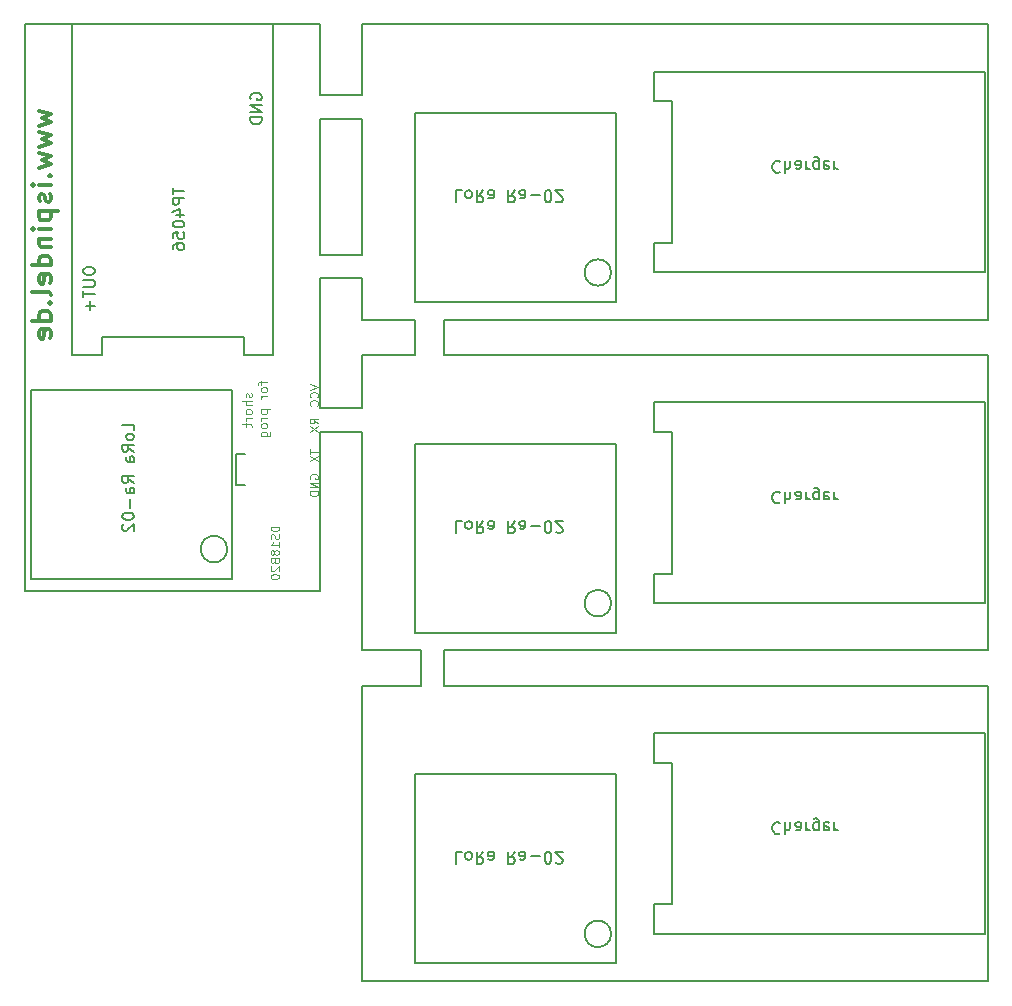
<source format=gbr>
G04 #@! TF.FileFunction,Legend,Bot*
%FSLAX46Y46*%
G04 Gerber Fmt 4.6, Leading zero omitted, Abs format (unit mm)*
G04 Created by KiCad (PCBNEW 4.0.6) date 07/26/18 14:24:44*
%MOMM*%
%LPD*%
G01*
G04 APERTURE LIST*
%ADD10C,0.100000*%
%ADD11C,0.150000*%
%ADD12C,0.300000*%
%ADD13C,0.200000*%
%ADD14C,0.110000*%
G04 APERTURE END LIST*
D10*
D11*
X113000000Y-61000000D02*
X67000000Y-61000000D01*
X67000000Y-58000000D02*
X113000000Y-58000000D01*
X60000000Y-61000000D02*
X64500000Y-61000000D01*
X60000000Y-58000000D02*
X64500000Y-58000000D01*
X60000000Y-54500000D02*
X60000000Y-58000000D01*
X60000000Y-41000000D02*
X60000000Y-52500000D01*
X60000000Y-33000000D02*
X60000000Y-39000000D01*
X56500000Y-33000000D02*
X56500000Y-39000000D01*
X56500000Y-52500000D02*
X56500000Y-41000000D01*
X56500000Y-65500000D02*
X56500000Y-54500000D01*
X56500000Y-81000000D02*
X56500000Y-67500000D01*
X60000000Y-67500000D02*
X60000000Y-86000000D01*
X60000000Y-61000000D02*
X60000000Y-65500000D01*
X113000000Y-89000000D02*
X67000000Y-89000000D01*
X67000000Y-86000000D02*
X113000000Y-86000000D01*
X60000000Y-86000000D02*
X65000000Y-86000000D01*
X60000000Y-89000000D02*
X65000000Y-89000000D01*
X67000000Y-86000000D02*
X67000000Y-89000000D01*
X65000000Y-86000000D02*
X65000000Y-89000000D01*
X56500000Y-67500000D02*
X60000000Y-67500000D01*
X56500000Y-65500000D02*
X60000000Y-65500000D01*
X67000000Y-61000000D02*
X67000000Y-58000000D01*
X64500000Y-58000000D02*
X64500000Y-61000000D01*
X56500000Y-54500000D02*
X60000000Y-54500000D01*
X56500000Y-52500000D02*
X60000000Y-52500000D01*
X56500000Y-41000000D02*
X60000000Y-41000000D01*
X56500000Y-39000000D02*
X60000000Y-39000000D01*
X95404762Y-44642857D02*
X95357143Y-44595238D01*
X95214286Y-44547619D01*
X95119048Y-44547619D01*
X94976190Y-44595238D01*
X94880952Y-44690476D01*
X94833333Y-44785714D01*
X94785714Y-44976190D01*
X94785714Y-45119048D01*
X94833333Y-45309524D01*
X94880952Y-45404762D01*
X94976190Y-45500000D01*
X95119048Y-45547619D01*
X95214286Y-45547619D01*
X95357143Y-45500000D01*
X95404762Y-45452381D01*
X95833333Y-44547619D02*
X95833333Y-45547619D01*
X96261905Y-44547619D02*
X96261905Y-45071429D01*
X96214286Y-45166667D01*
X96119048Y-45214286D01*
X95976190Y-45214286D01*
X95880952Y-45166667D01*
X95833333Y-45119048D01*
X97166667Y-44547619D02*
X97166667Y-45071429D01*
X97119048Y-45166667D01*
X97023810Y-45214286D01*
X96833333Y-45214286D01*
X96738095Y-45166667D01*
X97166667Y-44595238D02*
X97071429Y-44547619D01*
X96833333Y-44547619D01*
X96738095Y-44595238D01*
X96690476Y-44690476D01*
X96690476Y-44785714D01*
X96738095Y-44880952D01*
X96833333Y-44928571D01*
X97071429Y-44928571D01*
X97166667Y-44976190D01*
X97642857Y-44547619D02*
X97642857Y-45214286D01*
X97642857Y-45023810D02*
X97690476Y-45119048D01*
X97738095Y-45166667D01*
X97833333Y-45214286D01*
X97928572Y-45214286D01*
X98690477Y-45214286D02*
X98690477Y-44404762D01*
X98642858Y-44309524D01*
X98595239Y-44261905D01*
X98500000Y-44214286D01*
X98357143Y-44214286D01*
X98261905Y-44261905D01*
X98690477Y-44595238D02*
X98595239Y-44547619D01*
X98404762Y-44547619D01*
X98309524Y-44595238D01*
X98261905Y-44642857D01*
X98214286Y-44738095D01*
X98214286Y-45023810D01*
X98261905Y-45119048D01*
X98309524Y-45166667D01*
X98404762Y-45214286D01*
X98595239Y-45214286D01*
X98690477Y-45166667D01*
X99547620Y-44595238D02*
X99452382Y-44547619D01*
X99261905Y-44547619D01*
X99166667Y-44595238D01*
X99119048Y-44690476D01*
X99119048Y-45071429D01*
X99166667Y-45166667D01*
X99261905Y-45214286D01*
X99452382Y-45214286D01*
X99547620Y-45166667D01*
X99595239Y-45071429D01*
X99595239Y-44976190D01*
X99119048Y-44880952D01*
X100023810Y-44547619D02*
X100023810Y-45214286D01*
X100023810Y-45023810D02*
X100071429Y-45119048D01*
X100119048Y-45166667D01*
X100214286Y-45214286D01*
X100309525Y-45214286D01*
X68500000Y-47047619D02*
X68023809Y-47047619D01*
X68023809Y-48047619D01*
X68976190Y-47047619D02*
X68880952Y-47095238D01*
X68833333Y-47142857D01*
X68785714Y-47238095D01*
X68785714Y-47523810D01*
X68833333Y-47619048D01*
X68880952Y-47666667D01*
X68976190Y-47714286D01*
X69119048Y-47714286D01*
X69214286Y-47666667D01*
X69261905Y-47619048D01*
X69309524Y-47523810D01*
X69309524Y-47238095D01*
X69261905Y-47142857D01*
X69214286Y-47095238D01*
X69119048Y-47047619D01*
X68976190Y-47047619D01*
X70309524Y-47047619D02*
X69976190Y-47523810D01*
X69738095Y-47047619D02*
X69738095Y-48047619D01*
X70119048Y-48047619D01*
X70214286Y-48000000D01*
X70261905Y-47952381D01*
X70309524Y-47857143D01*
X70309524Y-47714286D01*
X70261905Y-47619048D01*
X70214286Y-47571429D01*
X70119048Y-47523810D01*
X69738095Y-47523810D01*
X71166667Y-47047619D02*
X71166667Y-47571429D01*
X71119048Y-47666667D01*
X71023810Y-47714286D01*
X70833333Y-47714286D01*
X70738095Y-47666667D01*
X71166667Y-47095238D02*
X71071429Y-47047619D01*
X70833333Y-47047619D01*
X70738095Y-47095238D01*
X70690476Y-47190476D01*
X70690476Y-47285714D01*
X70738095Y-47380952D01*
X70833333Y-47428571D01*
X71071429Y-47428571D01*
X71166667Y-47476190D01*
X72976191Y-47047619D02*
X72642857Y-47523810D01*
X72404762Y-47047619D02*
X72404762Y-48047619D01*
X72785715Y-48047619D01*
X72880953Y-48000000D01*
X72928572Y-47952381D01*
X72976191Y-47857143D01*
X72976191Y-47714286D01*
X72928572Y-47619048D01*
X72880953Y-47571429D01*
X72785715Y-47523810D01*
X72404762Y-47523810D01*
X73833334Y-47047619D02*
X73833334Y-47571429D01*
X73785715Y-47666667D01*
X73690477Y-47714286D01*
X73500000Y-47714286D01*
X73404762Y-47666667D01*
X73833334Y-47095238D02*
X73738096Y-47047619D01*
X73500000Y-47047619D01*
X73404762Y-47095238D01*
X73357143Y-47190476D01*
X73357143Y-47285714D01*
X73404762Y-47380952D01*
X73500000Y-47428571D01*
X73738096Y-47428571D01*
X73833334Y-47476190D01*
X74309524Y-47428571D02*
X75071429Y-47428571D01*
X75738095Y-48047619D02*
X75833334Y-48047619D01*
X75928572Y-48000000D01*
X75976191Y-47952381D01*
X76023810Y-47857143D01*
X76071429Y-47666667D01*
X76071429Y-47428571D01*
X76023810Y-47238095D01*
X75976191Y-47142857D01*
X75928572Y-47095238D01*
X75833334Y-47047619D01*
X75738095Y-47047619D01*
X75642857Y-47095238D01*
X75595238Y-47142857D01*
X75547619Y-47238095D01*
X75500000Y-47428571D01*
X75500000Y-47666667D01*
X75547619Y-47857143D01*
X75595238Y-47952381D01*
X75642857Y-48000000D01*
X75738095Y-48047619D01*
X76452381Y-47952381D02*
X76500000Y-48000000D01*
X76595238Y-48047619D01*
X76833334Y-48047619D01*
X76928572Y-48000000D01*
X76976191Y-47952381D01*
X77023810Y-47857143D01*
X77023810Y-47761905D01*
X76976191Y-47619048D01*
X76404762Y-47047619D01*
X77023810Y-47047619D01*
X113000000Y-33000000D02*
X60000000Y-33000000D01*
X113000000Y-33000000D02*
X113000000Y-58000000D01*
X95404762Y-72642857D02*
X95357143Y-72595238D01*
X95214286Y-72547619D01*
X95119048Y-72547619D01*
X94976190Y-72595238D01*
X94880952Y-72690476D01*
X94833333Y-72785714D01*
X94785714Y-72976190D01*
X94785714Y-73119048D01*
X94833333Y-73309524D01*
X94880952Y-73404762D01*
X94976190Y-73500000D01*
X95119048Y-73547619D01*
X95214286Y-73547619D01*
X95357143Y-73500000D01*
X95404762Y-73452381D01*
X95833333Y-72547619D02*
X95833333Y-73547619D01*
X96261905Y-72547619D02*
X96261905Y-73071429D01*
X96214286Y-73166667D01*
X96119048Y-73214286D01*
X95976190Y-73214286D01*
X95880952Y-73166667D01*
X95833333Y-73119048D01*
X97166667Y-72547619D02*
X97166667Y-73071429D01*
X97119048Y-73166667D01*
X97023810Y-73214286D01*
X96833333Y-73214286D01*
X96738095Y-73166667D01*
X97166667Y-72595238D02*
X97071429Y-72547619D01*
X96833333Y-72547619D01*
X96738095Y-72595238D01*
X96690476Y-72690476D01*
X96690476Y-72785714D01*
X96738095Y-72880952D01*
X96833333Y-72928571D01*
X97071429Y-72928571D01*
X97166667Y-72976190D01*
X97642857Y-72547619D02*
X97642857Y-73214286D01*
X97642857Y-73023810D02*
X97690476Y-73119048D01*
X97738095Y-73166667D01*
X97833333Y-73214286D01*
X97928572Y-73214286D01*
X98690477Y-73214286D02*
X98690477Y-72404762D01*
X98642858Y-72309524D01*
X98595239Y-72261905D01*
X98500000Y-72214286D01*
X98357143Y-72214286D01*
X98261905Y-72261905D01*
X98690477Y-72595238D02*
X98595239Y-72547619D01*
X98404762Y-72547619D01*
X98309524Y-72595238D01*
X98261905Y-72642857D01*
X98214286Y-72738095D01*
X98214286Y-73023810D01*
X98261905Y-73119048D01*
X98309524Y-73166667D01*
X98404762Y-73214286D01*
X98595239Y-73214286D01*
X98690477Y-73166667D01*
X99547620Y-72595238D02*
X99452382Y-72547619D01*
X99261905Y-72547619D01*
X99166667Y-72595238D01*
X99119048Y-72690476D01*
X99119048Y-73071429D01*
X99166667Y-73166667D01*
X99261905Y-73214286D01*
X99452382Y-73214286D01*
X99547620Y-73166667D01*
X99595239Y-73071429D01*
X99595239Y-72976190D01*
X99119048Y-72880952D01*
X100023810Y-72547619D02*
X100023810Y-73214286D01*
X100023810Y-73023810D02*
X100071429Y-73119048D01*
X100119048Y-73166667D01*
X100214286Y-73214286D01*
X100309525Y-73214286D01*
X68500000Y-75047619D02*
X68023809Y-75047619D01*
X68023809Y-76047619D01*
X68976190Y-75047619D02*
X68880952Y-75095238D01*
X68833333Y-75142857D01*
X68785714Y-75238095D01*
X68785714Y-75523810D01*
X68833333Y-75619048D01*
X68880952Y-75666667D01*
X68976190Y-75714286D01*
X69119048Y-75714286D01*
X69214286Y-75666667D01*
X69261905Y-75619048D01*
X69309524Y-75523810D01*
X69309524Y-75238095D01*
X69261905Y-75142857D01*
X69214286Y-75095238D01*
X69119048Y-75047619D01*
X68976190Y-75047619D01*
X70309524Y-75047619D02*
X69976190Y-75523810D01*
X69738095Y-75047619D02*
X69738095Y-76047619D01*
X70119048Y-76047619D01*
X70214286Y-76000000D01*
X70261905Y-75952381D01*
X70309524Y-75857143D01*
X70309524Y-75714286D01*
X70261905Y-75619048D01*
X70214286Y-75571429D01*
X70119048Y-75523810D01*
X69738095Y-75523810D01*
X71166667Y-75047619D02*
X71166667Y-75571429D01*
X71119048Y-75666667D01*
X71023810Y-75714286D01*
X70833333Y-75714286D01*
X70738095Y-75666667D01*
X71166667Y-75095238D02*
X71071429Y-75047619D01*
X70833333Y-75047619D01*
X70738095Y-75095238D01*
X70690476Y-75190476D01*
X70690476Y-75285714D01*
X70738095Y-75380952D01*
X70833333Y-75428571D01*
X71071429Y-75428571D01*
X71166667Y-75476190D01*
X72976191Y-75047619D02*
X72642857Y-75523810D01*
X72404762Y-75047619D02*
X72404762Y-76047619D01*
X72785715Y-76047619D01*
X72880953Y-76000000D01*
X72928572Y-75952381D01*
X72976191Y-75857143D01*
X72976191Y-75714286D01*
X72928572Y-75619048D01*
X72880953Y-75571429D01*
X72785715Y-75523810D01*
X72404762Y-75523810D01*
X73833334Y-75047619D02*
X73833334Y-75571429D01*
X73785715Y-75666667D01*
X73690477Y-75714286D01*
X73500000Y-75714286D01*
X73404762Y-75666667D01*
X73833334Y-75095238D02*
X73738096Y-75047619D01*
X73500000Y-75047619D01*
X73404762Y-75095238D01*
X73357143Y-75190476D01*
X73357143Y-75285714D01*
X73404762Y-75380952D01*
X73500000Y-75428571D01*
X73738096Y-75428571D01*
X73833334Y-75476190D01*
X74309524Y-75428571D02*
X75071429Y-75428571D01*
X75738095Y-76047619D02*
X75833334Y-76047619D01*
X75928572Y-76000000D01*
X75976191Y-75952381D01*
X76023810Y-75857143D01*
X76071429Y-75666667D01*
X76071429Y-75428571D01*
X76023810Y-75238095D01*
X75976191Y-75142857D01*
X75928572Y-75095238D01*
X75833334Y-75047619D01*
X75738095Y-75047619D01*
X75642857Y-75095238D01*
X75595238Y-75142857D01*
X75547619Y-75238095D01*
X75500000Y-75428571D01*
X75500000Y-75666667D01*
X75547619Y-75857143D01*
X75595238Y-75952381D01*
X75642857Y-76000000D01*
X75738095Y-76047619D01*
X76452381Y-75952381D02*
X76500000Y-76000000D01*
X76595238Y-76047619D01*
X76833334Y-76047619D01*
X76928572Y-76000000D01*
X76976191Y-75952381D01*
X77023810Y-75857143D01*
X77023810Y-75761905D01*
X76976191Y-75619048D01*
X76404762Y-75047619D01*
X77023810Y-75047619D01*
X113000000Y-61000000D02*
X113000000Y-86000000D01*
X95404762Y-100642857D02*
X95357143Y-100595238D01*
X95214286Y-100547619D01*
X95119048Y-100547619D01*
X94976190Y-100595238D01*
X94880952Y-100690476D01*
X94833333Y-100785714D01*
X94785714Y-100976190D01*
X94785714Y-101119048D01*
X94833333Y-101309524D01*
X94880952Y-101404762D01*
X94976190Y-101500000D01*
X95119048Y-101547619D01*
X95214286Y-101547619D01*
X95357143Y-101500000D01*
X95404762Y-101452381D01*
X95833333Y-100547619D02*
X95833333Y-101547619D01*
X96261905Y-100547619D02*
X96261905Y-101071429D01*
X96214286Y-101166667D01*
X96119048Y-101214286D01*
X95976190Y-101214286D01*
X95880952Y-101166667D01*
X95833333Y-101119048D01*
X97166667Y-100547619D02*
X97166667Y-101071429D01*
X97119048Y-101166667D01*
X97023810Y-101214286D01*
X96833333Y-101214286D01*
X96738095Y-101166667D01*
X97166667Y-100595238D02*
X97071429Y-100547619D01*
X96833333Y-100547619D01*
X96738095Y-100595238D01*
X96690476Y-100690476D01*
X96690476Y-100785714D01*
X96738095Y-100880952D01*
X96833333Y-100928571D01*
X97071429Y-100928571D01*
X97166667Y-100976190D01*
X97642857Y-100547619D02*
X97642857Y-101214286D01*
X97642857Y-101023810D02*
X97690476Y-101119048D01*
X97738095Y-101166667D01*
X97833333Y-101214286D01*
X97928572Y-101214286D01*
X98690477Y-101214286D02*
X98690477Y-100404762D01*
X98642858Y-100309524D01*
X98595239Y-100261905D01*
X98500000Y-100214286D01*
X98357143Y-100214286D01*
X98261905Y-100261905D01*
X98690477Y-100595238D02*
X98595239Y-100547619D01*
X98404762Y-100547619D01*
X98309524Y-100595238D01*
X98261905Y-100642857D01*
X98214286Y-100738095D01*
X98214286Y-101023810D01*
X98261905Y-101119048D01*
X98309524Y-101166667D01*
X98404762Y-101214286D01*
X98595239Y-101214286D01*
X98690477Y-101166667D01*
X99547620Y-100595238D02*
X99452382Y-100547619D01*
X99261905Y-100547619D01*
X99166667Y-100595238D01*
X99119048Y-100690476D01*
X99119048Y-101071429D01*
X99166667Y-101166667D01*
X99261905Y-101214286D01*
X99452382Y-101214286D01*
X99547620Y-101166667D01*
X99595239Y-101071429D01*
X99595239Y-100976190D01*
X99119048Y-100880952D01*
X100023810Y-100547619D02*
X100023810Y-101214286D01*
X100023810Y-101023810D02*
X100071429Y-101119048D01*
X100119048Y-101166667D01*
X100214286Y-101214286D01*
X100309525Y-101214286D01*
X68500000Y-103047619D02*
X68023809Y-103047619D01*
X68023809Y-104047619D01*
X68976190Y-103047619D02*
X68880952Y-103095238D01*
X68833333Y-103142857D01*
X68785714Y-103238095D01*
X68785714Y-103523810D01*
X68833333Y-103619048D01*
X68880952Y-103666667D01*
X68976190Y-103714286D01*
X69119048Y-103714286D01*
X69214286Y-103666667D01*
X69261905Y-103619048D01*
X69309524Y-103523810D01*
X69309524Y-103238095D01*
X69261905Y-103142857D01*
X69214286Y-103095238D01*
X69119048Y-103047619D01*
X68976190Y-103047619D01*
X70309524Y-103047619D02*
X69976190Y-103523810D01*
X69738095Y-103047619D02*
X69738095Y-104047619D01*
X70119048Y-104047619D01*
X70214286Y-104000000D01*
X70261905Y-103952381D01*
X70309524Y-103857143D01*
X70309524Y-103714286D01*
X70261905Y-103619048D01*
X70214286Y-103571429D01*
X70119048Y-103523810D01*
X69738095Y-103523810D01*
X71166667Y-103047619D02*
X71166667Y-103571429D01*
X71119048Y-103666667D01*
X71023810Y-103714286D01*
X70833333Y-103714286D01*
X70738095Y-103666667D01*
X71166667Y-103095238D02*
X71071429Y-103047619D01*
X70833333Y-103047619D01*
X70738095Y-103095238D01*
X70690476Y-103190476D01*
X70690476Y-103285714D01*
X70738095Y-103380952D01*
X70833333Y-103428571D01*
X71071429Y-103428571D01*
X71166667Y-103476190D01*
X72976191Y-103047619D02*
X72642857Y-103523810D01*
X72404762Y-103047619D02*
X72404762Y-104047619D01*
X72785715Y-104047619D01*
X72880953Y-104000000D01*
X72928572Y-103952381D01*
X72976191Y-103857143D01*
X72976191Y-103714286D01*
X72928572Y-103619048D01*
X72880953Y-103571429D01*
X72785715Y-103523810D01*
X72404762Y-103523810D01*
X73833334Y-103047619D02*
X73833334Y-103571429D01*
X73785715Y-103666667D01*
X73690477Y-103714286D01*
X73500000Y-103714286D01*
X73404762Y-103666667D01*
X73833334Y-103095238D02*
X73738096Y-103047619D01*
X73500000Y-103047619D01*
X73404762Y-103095238D01*
X73357143Y-103190476D01*
X73357143Y-103285714D01*
X73404762Y-103380952D01*
X73500000Y-103428571D01*
X73738096Y-103428571D01*
X73833334Y-103476190D01*
X74309524Y-103428571D02*
X75071429Y-103428571D01*
X75738095Y-104047619D02*
X75833334Y-104047619D01*
X75928572Y-104000000D01*
X75976191Y-103952381D01*
X76023810Y-103857143D01*
X76071429Y-103666667D01*
X76071429Y-103428571D01*
X76023810Y-103238095D01*
X75976191Y-103142857D01*
X75928572Y-103095238D01*
X75833334Y-103047619D01*
X75738095Y-103047619D01*
X75642857Y-103095238D01*
X75595238Y-103142857D01*
X75547619Y-103238095D01*
X75500000Y-103428571D01*
X75500000Y-103666667D01*
X75547619Y-103857143D01*
X75595238Y-103952381D01*
X75642857Y-104000000D01*
X75738095Y-104047619D01*
X76452381Y-103952381D02*
X76500000Y-104000000D01*
X76595238Y-104047619D01*
X76833334Y-104047619D01*
X76928572Y-104000000D01*
X76976191Y-103952381D01*
X77023810Y-103857143D01*
X77023810Y-103761905D01*
X76976191Y-103619048D01*
X76404762Y-103047619D01*
X77023810Y-103047619D01*
X60000000Y-114000000D02*
X113000000Y-114000000D01*
X60000000Y-89000000D02*
X60000000Y-114000000D01*
X113000000Y-89000000D02*
X113000000Y-114000000D01*
X31500000Y-33000000D02*
X56500000Y-33000000D01*
X31500000Y-34500000D02*
X31500000Y-33000000D01*
D12*
X32657143Y-40285715D02*
X33723810Y-40609525D01*
X32961905Y-40933334D01*
X33723810Y-41257144D01*
X32657143Y-41580953D01*
X32657143Y-42066667D02*
X33723810Y-42390477D01*
X32961905Y-42714286D01*
X33723810Y-43038096D01*
X32657143Y-43361905D01*
X32657143Y-43847619D02*
X33723810Y-44171429D01*
X32961905Y-44495238D01*
X33723810Y-44819048D01*
X32657143Y-45142857D01*
X33571429Y-45790476D02*
X33647619Y-45871428D01*
X33723810Y-45790476D01*
X33647619Y-45709524D01*
X33571429Y-45790476D01*
X33723810Y-45790476D01*
X33723810Y-46600000D02*
X32657143Y-46600000D01*
X32123810Y-46600000D02*
X32200000Y-46519048D01*
X32276190Y-46600000D01*
X32200000Y-46680952D01*
X32123810Y-46600000D01*
X32276190Y-46600000D01*
X33647619Y-47328572D02*
X33723810Y-47490476D01*
X33723810Y-47814286D01*
X33647619Y-47976191D01*
X33495238Y-48057143D01*
X33419048Y-48057143D01*
X33266667Y-47976191D01*
X33190476Y-47814286D01*
X33190476Y-47571429D01*
X33114286Y-47409524D01*
X32961905Y-47328572D01*
X32885714Y-47328572D01*
X32733333Y-47409524D01*
X32657143Y-47571429D01*
X32657143Y-47814286D01*
X32733333Y-47976191D01*
X32657143Y-48785714D02*
X34257143Y-48785714D01*
X32733333Y-48785714D02*
X32657143Y-48947619D01*
X32657143Y-49271428D01*
X32733333Y-49433333D01*
X32809524Y-49514285D01*
X32961905Y-49595238D01*
X33419048Y-49595238D01*
X33571429Y-49514285D01*
X33647619Y-49433333D01*
X33723810Y-49271428D01*
X33723810Y-48947619D01*
X33647619Y-48785714D01*
X33723810Y-50323809D02*
X32657143Y-50323809D01*
X32123810Y-50323809D02*
X32200000Y-50242857D01*
X32276190Y-50323809D01*
X32200000Y-50404761D01*
X32123810Y-50323809D01*
X32276190Y-50323809D01*
X32657143Y-51133333D02*
X33723810Y-51133333D01*
X32809524Y-51133333D02*
X32733333Y-51214285D01*
X32657143Y-51376190D01*
X32657143Y-51619047D01*
X32733333Y-51780952D01*
X32885714Y-51861904D01*
X33723810Y-51861904D01*
X33723810Y-53399999D02*
X32123810Y-53399999D01*
X33647619Y-53399999D02*
X33723810Y-53238095D01*
X33723810Y-52914285D01*
X33647619Y-52752380D01*
X33571429Y-52671428D01*
X33419048Y-52590476D01*
X32961905Y-52590476D01*
X32809524Y-52671428D01*
X32733333Y-52752380D01*
X32657143Y-52914285D01*
X32657143Y-53238095D01*
X32733333Y-53399999D01*
X33647619Y-54857142D02*
X33723810Y-54695237D01*
X33723810Y-54371428D01*
X33647619Y-54209523D01*
X33495238Y-54128571D01*
X32885714Y-54128571D01*
X32733333Y-54209523D01*
X32657143Y-54371428D01*
X32657143Y-54695237D01*
X32733333Y-54857142D01*
X32885714Y-54938094D01*
X33038095Y-54938094D01*
X33190476Y-54128571D01*
X33723810Y-55909523D02*
X33647619Y-55747618D01*
X33495238Y-55666666D01*
X32123810Y-55666666D01*
X33571429Y-56557142D02*
X33647619Y-56638094D01*
X33723810Y-56557142D01*
X33647619Y-56476190D01*
X33571429Y-56557142D01*
X33723810Y-56557142D01*
X33723810Y-58095237D02*
X32123810Y-58095237D01*
X33647619Y-58095237D02*
X33723810Y-57933333D01*
X33723810Y-57609523D01*
X33647619Y-57447618D01*
X33571429Y-57366666D01*
X33419048Y-57285714D01*
X32961905Y-57285714D01*
X32809524Y-57366666D01*
X32733333Y-57447618D01*
X32657143Y-57609523D01*
X32657143Y-57933333D01*
X32733333Y-58095237D01*
X33647619Y-59552380D02*
X33723810Y-59390475D01*
X33723810Y-59066666D01*
X33647619Y-58904761D01*
X33495238Y-58823809D01*
X32885714Y-58823809D01*
X32733333Y-58904761D01*
X32657143Y-59066666D01*
X32657143Y-59390475D01*
X32733333Y-59552380D01*
X32885714Y-59633332D01*
X33038095Y-59633332D01*
X33190476Y-58823809D01*
D11*
X36422381Y-53780952D02*
X36422381Y-53971429D01*
X36470000Y-54066667D01*
X36565238Y-54161905D01*
X36755714Y-54209524D01*
X37089048Y-54209524D01*
X37279524Y-54161905D01*
X37374762Y-54066667D01*
X37422381Y-53971429D01*
X37422381Y-53780952D01*
X37374762Y-53685714D01*
X37279524Y-53590476D01*
X37089048Y-53542857D01*
X36755714Y-53542857D01*
X36565238Y-53590476D01*
X36470000Y-53685714D01*
X36422381Y-53780952D01*
X36422381Y-54638095D02*
X37231905Y-54638095D01*
X37327143Y-54685714D01*
X37374762Y-54733333D01*
X37422381Y-54828571D01*
X37422381Y-55019048D01*
X37374762Y-55114286D01*
X37327143Y-55161905D01*
X37231905Y-55209524D01*
X36422381Y-55209524D01*
X36422381Y-55542857D02*
X36422381Y-56114286D01*
X37422381Y-55828571D02*
X36422381Y-55828571D01*
X37041429Y-56447619D02*
X37041429Y-57209524D01*
X37422381Y-56828572D02*
X36660476Y-56828572D01*
X50600000Y-39348096D02*
X50552381Y-39252858D01*
X50552381Y-39110001D01*
X50600000Y-38967143D01*
X50695238Y-38871905D01*
X50790476Y-38824286D01*
X50980952Y-38776667D01*
X51123810Y-38776667D01*
X51314286Y-38824286D01*
X51409524Y-38871905D01*
X51504762Y-38967143D01*
X51552381Y-39110001D01*
X51552381Y-39205239D01*
X51504762Y-39348096D01*
X51457143Y-39395715D01*
X51123810Y-39395715D01*
X51123810Y-39205239D01*
X51552381Y-39824286D02*
X50552381Y-39824286D01*
X51552381Y-40395715D01*
X50552381Y-40395715D01*
X51552381Y-40871905D02*
X50552381Y-40871905D01*
X50552381Y-41110000D01*
X50600000Y-41252858D01*
X50695238Y-41348096D01*
X50790476Y-41395715D01*
X50980952Y-41443334D01*
X51123810Y-41443334D01*
X51314286Y-41395715D01*
X51409524Y-41348096D01*
X51504762Y-41252858D01*
X51552381Y-41110000D01*
X51552381Y-40871905D01*
D13*
X49400000Y-69400000D02*
X50100000Y-69400000D01*
X49400000Y-72000000D02*
X49400000Y-69400000D01*
X50100000Y-72000000D02*
X49400000Y-72000000D01*
D14*
X50668810Y-64228571D02*
X50706905Y-64304761D01*
X50706905Y-64457142D01*
X50668810Y-64533333D01*
X50592619Y-64571428D01*
X50554524Y-64571428D01*
X50478333Y-64533333D01*
X50440238Y-64457142D01*
X50440238Y-64342857D01*
X50402143Y-64266666D01*
X50325952Y-64228571D01*
X50287857Y-64228571D01*
X50211667Y-64266666D01*
X50173571Y-64342857D01*
X50173571Y-64457142D01*
X50211667Y-64533333D01*
X50706905Y-64914285D02*
X49906905Y-64914285D01*
X50706905Y-65257142D02*
X50287857Y-65257142D01*
X50211667Y-65219047D01*
X50173571Y-65142857D01*
X50173571Y-65028571D01*
X50211667Y-64952380D01*
X50249762Y-64914285D01*
X50706905Y-65752381D02*
X50668810Y-65676190D01*
X50630714Y-65638095D01*
X50554524Y-65600000D01*
X50325952Y-65600000D01*
X50249762Y-65638095D01*
X50211667Y-65676190D01*
X50173571Y-65752381D01*
X50173571Y-65866667D01*
X50211667Y-65942857D01*
X50249762Y-65980952D01*
X50325952Y-66019048D01*
X50554524Y-66019048D01*
X50630714Y-65980952D01*
X50668810Y-65942857D01*
X50706905Y-65866667D01*
X50706905Y-65752381D01*
X50706905Y-66361905D02*
X50173571Y-66361905D01*
X50325952Y-66361905D02*
X50249762Y-66400000D01*
X50211667Y-66438096D01*
X50173571Y-66514286D01*
X50173571Y-66590477D01*
X50173571Y-66742857D02*
X50173571Y-67047619D01*
X49906905Y-66857143D02*
X50592619Y-66857143D01*
X50668810Y-66895238D01*
X50706905Y-66971429D01*
X50706905Y-67047619D01*
X51483571Y-63199999D02*
X51483571Y-63504761D01*
X52016905Y-63314285D02*
X51331190Y-63314285D01*
X51255000Y-63352380D01*
X51216905Y-63428571D01*
X51216905Y-63504761D01*
X52016905Y-63885714D02*
X51978810Y-63809523D01*
X51940714Y-63771428D01*
X51864524Y-63733333D01*
X51635952Y-63733333D01*
X51559762Y-63771428D01*
X51521667Y-63809523D01*
X51483571Y-63885714D01*
X51483571Y-64000000D01*
X51521667Y-64076190D01*
X51559762Y-64114285D01*
X51635952Y-64152381D01*
X51864524Y-64152381D01*
X51940714Y-64114285D01*
X51978810Y-64076190D01*
X52016905Y-64000000D01*
X52016905Y-63885714D01*
X52016905Y-64495238D02*
X51483571Y-64495238D01*
X51635952Y-64495238D02*
X51559762Y-64533333D01*
X51521667Y-64571429D01*
X51483571Y-64647619D01*
X51483571Y-64723810D01*
X51483571Y-65600000D02*
X52283571Y-65600000D01*
X51521667Y-65600000D02*
X51483571Y-65676191D01*
X51483571Y-65828572D01*
X51521667Y-65904762D01*
X51559762Y-65942857D01*
X51635952Y-65980953D01*
X51864524Y-65980953D01*
X51940714Y-65942857D01*
X51978810Y-65904762D01*
X52016905Y-65828572D01*
X52016905Y-65676191D01*
X51978810Y-65600000D01*
X52016905Y-66323810D02*
X51483571Y-66323810D01*
X51635952Y-66323810D02*
X51559762Y-66361905D01*
X51521667Y-66400001D01*
X51483571Y-66476191D01*
X51483571Y-66552382D01*
X52016905Y-66933334D02*
X51978810Y-66857143D01*
X51940714Y-66819048D01*
X51864524Y-66780953D01*
X51635952Y-66780953D01*
X51559762Y-66819048D01*
X51521667Y-66857143D01*
X51483571Y-66933334D01*
X51483571Y-67047620D01*
X51521667Y-67123810D01*
X51559762Y-67161905D01*
X51635952Y-67200001D01*
X51864524Y-67200001D01*
X51940714Y-67161905D01*
X51978810Y-67123810D01*
X52016905Y-67047620D01*
X52016905Y-66933334D01*
X51483571Y-67885715D02*
X52131190Y-67885715D01*
X52207381Y-67847620D01*
X52245476Y-67809525D01*
X52283571Y-67733334D01*
X52283571Y-67619049D01*
X52245476Y-67542858D01*
X51978810Y-67885715D02*
X52016905Y-67809525D01*
X52016905Y-67657144D01*
X51978810Y-67580953D01*
X51940714Y-67542858D01*
X51864524Y-67504763D01*
X51635952Y-67504763D01*
X51559762Y-67542858D01*
X51521667Y-67580953D01*
X51483571Y-67657144D01*
X51483571Y-67809525D01*
X51521667Y-67885715D01*
D10*
X55650000Y-71466667D02*
X55616667Y-71400001D01*
X55616667Y-71300001D01*
X55650000Y-71200001D01*
X55716667Y-71133334D01*
X55783333Y-71100001D01*
X55916667Y-71066667D01*
X56016667Y-71066667D01*
X56150000Y-71100001D01*
X56216667Y-71133334D01*
X56283333Y-71200001D01*
X56316667Y-71300001D01*
X56316667Y-71366667D01*
X56283333Y-71466667D01*
X56250000Y-71500001D01*
X56016667Y-71500001D01*
X56016667Y-71366667D01*
X56316667Y-71800001D02*
X55616667Y-71800001D01*
X56316667Y-72200001D01*
X55616667Y-72200001D01*
X56316667Y-72533334D02*
X55616667Y-72533334D01*
X55616667Y-72700000D01*
X55650000Y-72800000D01*
X55716667Y-72866667D01*
X55783333Y-72900000D01*
X55916667Y-72933334D01*
X56016667Y-72933334D01*
X56150000Y-72900000D01*
X56216667Y-72866667D01*
X56283333Y-72800000D01*
X56316667Y-72700000D01*
X56316667Y-72533334D01*
X55616667Y-68966667D02*
X55616667Y-69366667D01*
X56316667Y-69166667D02*
X55616667Y-69166667D01*
X55616667Y-69533333D02*
X56316667Y-70000000D01*
X55616667Y-70000000D02*
X56316667Y-69533333D01*
X56316667Y-66783334D02*
X55983333Y-66550000D01*
X56316667Y-66383334D02*
X55616667Y-66383334D01*
X55616667Y-66650000D01*
X55650000Y-66716667D01*
X55683333Y-66750000D01*
X55750000Y-66783334D01*
X55850000Y-66783334D01*
X55916667Y-66750000D01*
X55950000Y-66716667D01*
X55983333Y-66650000D01*
X55983333Y-66383334D01*
X55616667Y-67016667D02*
X56316667Y-67483334D01*
X55616667Y-67483334D02*
X56316667Y-67016667D01*
X55616667Y-63466667D02*
X56316667Y-63700000D01*
X55616667Y-63933333D01*
X56250000Y-64566667D02*
X56283333Y-64533333D01*
X56316667Y-64433333D01*
X56316667Y-64366667D01*
X56283333Y-64266667D01*
X56216667Y-64200000D01*
X56150000Y-64166667D01*
X56016667Y-64133333D01*
X55916667Y-64133333D01*
X55783333Y-64166667D01*
X55716667Y-64200000D01*
X55650000Y-64266667D01*
X55616667Y-64366667D01*
X55616667Y-64433333D01*
X55650000Y-64533333D01*
X55683333Y-64566667D01*
X56250000Y-65266667D02*
X56283333Y-65233333D01*
X56316667Y-65133333D01*
X56316667Y-65066667D01*
X56283333Y-64966667D01*
X56216667Y-64900000D01*
X56150000Y-64866667D01*
X56016667Y-64833333D01*
X55916667Y-64833333D01*
X55783333Y-64866667D01*
X55716667Y-64900000D01*
X55650000Y-64966667D01*
X55616667Y-65066667D01*
X55616667Y-65133333D01*
X55650000Y-65233333D01*
X55683333Y-65266667D01*
X52996667Y-75510000D02*
X52296667Y-75510000D01*
X52296667Y-75676666D01*
X52330000Y-75776666D01*
X52396667Y-75843333D01*
X52463333Y-75876666D01*
X52596667Y-75910000D01*
X52696667Y-75910000D01*
X52830000Y-75876666D01*
X52896667Y-75843333D01*
X52963333Y-75776666D01*
X52996667Y-75676666D01*
X52996667Y-75510000D01*
X52963333Y-76176666D02*
X52996667Y-76276666D01*
X52996667Y-76443333D01*
X52963333Y-76510000D01*
X52930000Y-76543333D01*
X52863333Y-76576666D01*
X52796667Y-76576666D01*
X52730000Y-76543333D01*
X52696667Y-76510000D01*
X52663333Y-76443333D01*
X52630000Y-76310000D01*
X52596667Y-76243333D01*
X52563333Y-76210000D01*
X52496667Y-76176666D01*
X52430000Y-76176666D01*
X52363333Y-76210000D01*
X52330000Y-76243333D01*
X52296667Y-76310000D01*
X52296667Y-76476666D01*
X52330000Y-76576666D01*
X52996667Y-77243333D02*
X52996667Y-76843333D01*
X52996667Y-77043333D02*
X52296667Y-77043333D01*
X52396667Y-76976667D01*
X52463333Y-76910000D01*
X52496667Y-76843333D01*
X52596667Y-77643334D02*
X52563333Y-77576667D01*
X52530000Y-77543334D01*
X52463333Y-77510000D01*
X52430000Y-77510000D01*
X52363333Y-77543334D01*
X52330000Y-77576667D01*
X52296667Y-77643334D01*
X52296667Y-77776667D01*
X52330000Y-77843334D01*
X52363333Y-77876667D01*
X52430000Y-77910000D01*
X52463333Y-77910000D01*
X52530000Y-77876667D01*
X52563333Y-77843334D01*
X52596667Y-77776667D01*
X52596667Y-77643334D01*
X52630000Y-77576667D01*
X52663333Y-77543334D01*
X52730000Y-77510000D01*
X52863333Y-77510000D01*
X52930000Y-77543334D01*
X52963333Y-77576667D01*
X52996667Y-77643334D01*
X52996667Y-77776667D01*
X52963333Y-77843334D01*
X52930000Y-77876667D01*
X52863333Y-77910000D01*
X52730000Y-77910000D01*
X52663333Y-77876667D01*
X52630000Y-77843334D01*
X52596667Y-77776667D01*
X52630000Y-78443334D02*
X52663333Y-78543334D01*
X52696667Y-78576667D01*
X52763333Y-78610001D01*
X52863333Y-78610001D01*
X52930000Y-78576667D01*
X52963333Y-78543334D01*
X52996667Y-78476667D01*
X52996667Y-78210001D01*
X52296667Y-78210001D01*
X52296667Y-78443334D01*
X52330000Y-78510001D01*
X52363333Y-78543334D01*
X52430000Y-78576667D01*
X52496667Y-78576667D01*
X52563333Y-78543334D01*
X52596667Y-78510001D01*
X52630000Y-78443334D01*
X52630000Y-78210001D01*
X52363333Y-78876667D02*
X52330000Y-78910001D01*
X52296667Y-78976667D01*
X52296667Y-79143334D01*
X52330000Y-79210001D01*
X52363333Y-79243334D01*
X52430000Y-79276667D01*
X52496667Y-79276667D01*
X52596667Y-79243334D01*
X52996667Y-78843334D01*
X52996667Y-79276667D01*
X52296667Y-79710001D02*
X52296667Y-79776668D01*
X52330000Y-79843334D01*
X52363333Y-79876668D01*
X52430000Y-79910001D01*
X52563333Y-79943334D01*
X52730000Y-79943334D01*
X52863333Y-79910001D01*
X52930000Y-79876668D01*
X52963333Y-79843334D01*
X52996667Y-79776668D01*
X52996667Y-79710001D01*
X52963333Y-79643334D01*
X52930000Y-79610001D01*
X52863333Y-79576668D01*
X52730000Y-79543334D01*
X52563333Y-79543334D01*
X52430000Y-79576668D01*
X52363333Y-79610001D01*
X52330000Y-79643334D01*
X52296667Y-79710001D01*
D11*
X40732381Y-67350000D02*
X40732381Y-66873809D01*
X39732381Y-66873809D01*
X40732381Y-67826190D02*
X40684762Y-67730952D01*
X40637143Y-67683333D01*
X40541905Y-67635714D01*
X40256190Y-67635714D01*
X40160952Y-67683333D01*
X40113333Y-67730952D01*
X40065714Y-67826190D01*
X40065714Y-67969048D01*
X40113333Y-68064286D01*
X40160952Y-68111905D01*
X40256190Y-68159524D01*
X40541905Y-68159524D01*
X40637143Y-68111905D01*
X40684762Y-68064286D01*
X40732381Y-67969048D01*
X40732381Y-67826190D01*
X40732381Y-69159524D02*
X40256190Y-68826190D01*
X40732381Y-68588095D02*
X39732381Y-68588095D01*
X39732381Y-68969048D01*
X39780000Y-69064286D01*
X39827619Y-69111905D01*
X39922857Y-69159524D01*
X40065714Y-69159524D01*
X40160952Y-69111905D01*
X40208571Y-69064286D01*
X40256190Y-68969048D01*
X40256190Y-68588095D01*
X40732381Y-70016667D02*
X40208571Y-70016667D01*
X40113333Y-69969048D01*
X40065714Y-69873810D01*
X40065714Y-69683333D01*
X40113333Y-69588095D01*
X40684762Y-70016667D02*
X40732381Y-69921429D01*
X40732381Y-69683333D01*
X40684762Y-69588095D01*
X40589524Y-69540476D01*
X40494286Y-69540476D01*
X40399048Y-69588095D01*
X40351429Y-69683333D01*
X40351429Y-69921429D01*
X40303810Y-70016667D01*
X40732381Y-71826191D02*
X40256190Y-71492857D01*
X40732381Y-71254762D02*
X39732381Y-71254762D01*
X39732381Y-71635715D01*
X39780000Y-71730953D01*
X39827619Y-71778572D01*
X39922857Y-71826191D01*
X40065714Y-71826191D01*
X40160952Y-71778572D01*
X40208571Y-71730953D01*
X40256190Y-71635715D01*
X40256190Y-71254762D01*
X40732381Y-72683334D02*
X40208571Y-72683334D01*
X40113333Y-72635715D01*
X40065714Y-72540477D01*
X40065714Y-72350000D01*
X40113333Y-72254762D01*
X40684762Y-72683334D02*
X40732381Y-72588096D01*
X40732381Y-72350000D01*
X40684762Y-72254762D01*
X40589524Y-72207143D01*
X40494286Y-72207143D01*
X40399048Y-72254762D01*
X40351429Y-72350000D01*
X40351429Y-72588096D01*
X40303810Y-72683334D01*
X40351429Y-73159524D02*
X40351429Y-73921429D01*
X39732381Y-74588095D02*
X39732381Y-74683334D01*
X39780000Y-74778572D01*
X39827619Y-74826191D01*
X39922857Y-74873810D01*
X40113333Y-74921429D01*
X40351429Y-74921429D01*
X40541905Y-74873810D01*
X40637143Y-74826191D01*
X40684762Y-74778572D01*
X40732381Y-74683334D01*
X40732381Y-74588095D01*
X40684762Y-74492857D01*
X40637143Y-74445238D01*
X40541905Y-74397619D01*
X40351429Y-74350000D01*
X40113333Y-74350000D01*
X39922857Y-74397619D01*
X39827619Y-74445238D01*
X39780000Y-74492857D01*
X39732381Y-74588095D01*
X39827619Y-75302381D02*
X39780000Y-75350000D01*
X39732381Y-75445238D01*
X39732381Y-75683334D01*
X39780000Y-75778572D01*
X39827619Y-75826191D01*
X39922857Y-75873810D01*
X40018095Y-75873810D01*
X40160952Y-75826191D01*
X40732381Y-75254762D01*
X40732381Y-75873810D01*
X43992381Y-46809524D02*
X43992381Y-47380953D01*
X44992381Y-47095238D02*
X43992381Y-47095238D01*
X44992381Y-47714286D02*
X43992381Y-47714286D01*
X43992381Y-48095239D01*
X44040000Y-48190477D01*
X44087619Y-48238096D01*
X44182857Y-48285715D01*
X44325714Y-48285715D01*
X44420952Y-48238096D01*
X44468571Y-48190477D01*
X44516190Y-48095239D01*
X44516190Y-47714286D01*
X44325714Y-49142858D02*
X44992381Y-49142858D01*
X43944762Y-48904762D02*
X44659048Y-48666667D01*
X44659048Y-49285715D01*
X43992381Y-49857143D02*
X43992381Y-49952382D01*
X44040000Y-50047620D01*
X44087619Y-50095239D01*
X44182857Y-50142858D01*
X44373333Y-50190477D01*
X44611429Y-50190477D01*
X44801905Y-50142858D01*
X44897143Y-50095239D01*
X44944762Y-50047620D01*
X44992381Y-49952382D01*
X44992381Y-49857143D01*
X44944762Y-49761905D01*
X44897143Y-49714286D01*
X44801905Y-49666667D01*
X44611429Y-49619048D01*
X44373333Y-49619048D01*
X44182857Y-49666667D01*
X44087619Y-49714286D01*
X44040000Y-49761905D01*
X43992381Y-49857143D01*
X43992381Y-51095239D02*
X43992381Y-50619048D01*
X44468571Y-50571429D01*
X44420952Y-50619048D01*
X44373333Y-50714286D01*
X44373333Y-50952382D01*
X44420952Y-51047620D01*
X44468571Y-51095239D01*
X44563810Y-51142858D01*
X44801905Y-51142858D01*
X44897143Y-51095239D01*
X44944762Y-51047620D01*
X44992381Y-50952382D01*
X44992381Y-50714286D01*
X44944762Y-50619048D01*
X44897143Y-50571429D01*
X43992381Y-52000001D02*
X43992381Y-51809524D01*
X44040000Y-51714286D01*
X44087619Y-51666667D01*
X44230476Y-51571429D01*
X44420952Y-51523810D01*
X44801905Y-51523810D01*
X44897143Y-51571429D01*
X44944762Y-51619048D01*
X44992381Y-51714286D01*
X44992381Y-51904763D01*
X44944762Y-52000001D01*
X44897143Y-52047620D01*
X44801905Y-52095239D01*
X44563810Y-52095239D01*
X44468571Y-52047620D01*
X44420952Y-52000001D01*
X44373333Y-51904763D01*
X44373333Y-51714286D01*
X44420952Y-51619048D01*
X44468571Y-51571429D01*
X44563810Y-51523810D01*
X31500000Y-81000000D02*
X56500000Y-81000000D01*
X31500000Y-80500000D02*
X31500000Y-81000000D01*
X31500000Y-80500000D02*
X31500000Y-34500000D01*
X86250000Y-39500000D02*
X86250000Y-51500000D01*
X86250000Y-39500000D02*
X84750000Y-39500000D01*
X84750000Y-39500000D02*
X84750000Y-37000000D01*
X84750000Y-37000000D02*
X85750000Y-37000000D01*
X86250000Y-51500000D02*
X84750000Y-51500000D01*
X84750000Y-51500000D02*
X84750000Y-54000000D01*
X84750000Y-54000000D02*
X85750000Y-54000000D01*
X112750000Y-54000000D02*
X112750000Y-37000000D01*
X112750000Y-37000000D02*
X85750000Y-37000000D01*
X85750000Y-54000000D02*
X112750000Y-54000000D01*
X81118034Y-54000000D02*
G75*
G03X81118034Y-54000000I-1118034J0D01*
G01*
X64500000Y-40500000D02*
X81500000Y-40500000D01*
X81500000Y-40500000D02*
X81500000Y-56500000D01*
X81500000Y-56500000D02*
X64500000Y-56500000D01*
X64500000Y-56500000D02*
X64500000Y-40500000D01*
X86250000Y-67500000D02*
X86250000Y-79500000D01*
X86250000Y-67500000D02*
X84750000Y-67500000D01*
X84750000Y-67500000D02*
X84750000Y-65000000D01*
X84750000Y-65000000D02*
X85750000Y-65000000D01*
X86250000Y-79500000D02*
X84750000Y-79500000D01*
X84750000Y-79500000D02*
X84750000Y-82000000D01*
X84750000Y-82000000D02*
X85750000Y-82000000D01*
X112750000Y-82000000D02*
X112750000Y-65000000D01*
X112750000Y-65000000D02*
X85750000Y-65000000D01*
X85750000Y-82000000D02*
X112750000Y-82000000D01*
X81118034Y-82000000D02*
G75*
G03X81118034Y-82000000I-1118034J0D01*
G01*
X64500000Y-68500000D02*
X81500000Y-68500000D01*
X81500000Y-68500000D02*
X81500000Y-84500000D01*
X81500000Y-84500000D02*
X64500000Y-84500000D01*
X64500000Y-84500000D02*
X64500000Y-68500000D01*
X86250000Y-95500000D02*
X86250000Y-107500000D01*
X86250000Y-95500000D02*
X84750000Y-95500000D01*
X84750000Y-95500000D02*
X84750000Y-93000000D01*
X84750000Y-93000000D02*
X85750000Y-93000000D01*
X86250000Y-107500000D02*
X84750000Y-107500000D01*
X84750000Y-107500000D02*
X84750000Y-110000000D01*
X84750000Y-110000000D02*
X85750000Y-110000000D01*
X112750000Y-110000000D02*
X112750000Y-93000000D01*
X112750000Y-93000000D02*
X85750000Y-93000000D01*
X85750000Y-110000000D02*
X112750000Y-110000000D01*
X81118034Y-110000000D02*
G75*
G03X81118034Y-110000000I-1118034J0D01*
G01*
X64500000Y-96500000D02*
X81500000Y-96500000D01*
X81500000Y-96500000D02*
X81500000Y-112500000D01*
X81500000Y-112500000D02*
X64500000Y-112500000D01*
X64500000Y-112500000D02*
X64500000Y-96500000D01*
X38000000Y-59500000D02*
X50000000Y-59500000D01*
X38000000Y-59500000D02*
X38000000Y-61000000D01*
X38000000Y-61000000D02*
X35500000Y-61000000D01*
X35500000Y-61000000D02*
X35500000Y-60000000D01*
X50000000Y-59500000D02*
X50000000Y-61000000D01*
X50000000Y-61000000D02*
X52500000Y-61000000D01*
X52500000Y-61000000D02*
X52500000Y-60000000D01*
X52500000Y-33000000D02*
X35500000Y-33000000D01*
X35500000Y-33000000D02*
X35500000Y-60000000D01*
X52500000Y-60000000D02*
X52500000Y-33000000D01*
X48618034Y-77420000D02*
G75*
G03X48618034Y-77420000I-1118034J0D01*
G01*
X32000000Y-63920000D02*
X49000000Y-63920000D01*
X49000000Y-63920000D02*
X49000000Y-79920000D01*
X49000000Y-79920000D02*
X32000000Y-79920000D01*
X32000000Y-79920000D02*
X32000000Y-63920000D01*
M02*

</source>
